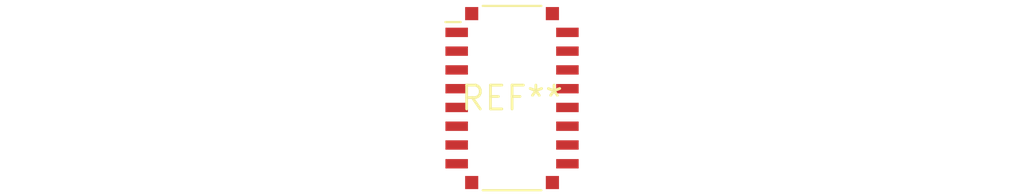
<source format=kicad_pcb>
(kicad_pcb (version 20240108) (generator pcbnew)
  (layers (0 "F.Cu" signal) (31 "B.Cu" signal) (34 "B.Paste" user) (35 "F.Paste" user) (36 "B.SilkS" user "B.Silkscreen") (37 "F.SilkS" user "F.Silkscreen") (38 "B.Mask" user) (39 "F.Mask" user) (44 "Edge.Cuts" user))
  (net 0 "")
  (footprint "SW_DIP_SPSTx08_Slide_Copal_CVS-08xB_W5.9mm_P1mm" (layer "F.Cu") (at 0 0)
    (property "Reference" "REF**")
    (property "Value" "SW_DIP_SPSTx08_Slide_Copal_CVS-08xB_W5.9mm_P1mm")
    (fp_line (start -3.55 -4.05) (end -2.739 -4.05) (layer "F.SilkS") (stroke (width 0.12)))
    (fp_line (start -1.56 -4.91) (end 1.561 -4.91) (layer "F.SilkS") (stroke (width 0.12)))
    (fp_line (start -1.56 4.91) (end 1.561 4.91) (layer "F.SilkS") (stroke (width 0.12)))
    (pad "1" smd rect (at -2.95 -3.5) (size 1.2 0.5) (layers "F.Cu" "F.Paste" "F.Mask"))
    (pad "2" smd rect (at -2.95 -2.5) (size 1.2 0.5) (layers "F.Cu" "F.Paste" "F.Mask"))
    (pad "3" smd rect (at -2.95 -1.5) (size 1.2 0.5) (layers "F.Cu" "F.Paste" "F.Mask"))
    (pad "4" smd rect (at -2.95 -0.5) (size 1.2 0.5) (layers "F.Cu" "F.Paste" "F.Mask"))
    (pad "5" smd rect (at -2.95 0.5) (size 1.2 0.5) (layers "F.Cu" "F.Paste" "F.Mask"))
    (pad "6" smd rect (at -2.95 1.5) (size 1.2 0.5) (layers "F.Cu" "F.Paste" "F.Mask"))
    (pad "7" smd rect (at -2.95 2.5) (size 1.2 0.5) (layers "F.Cu" "F.Paste" "F.Mask"))
    (pad "8" smd rect (at -2.95 3.5) (size 1.2 0.5) (layers "F.Cu" "F.Paste" "F.Mask"))
    (pad "9" smd rect (at 2.95 3.5) (size 1.2 0.5) (layers "F.Cu" "F.Paste" "F.Mask"))
    (pad "10" smd rect (at 2.95 2.5) (size 1.2 0.5) (layers "F.Cu" "F.Paste" "F.Mask"))
    (pad "11" smd rect (at 2.95 1.5) (size 1.2 0.5) (layers "F.Cu" "F.Paste" "F.Mask"))
    (pad "12" smd rect (at 2.95 0.5) (size 1.2 0.5) (layers "F.Cu" "F.Paste" "F.Mask"))
    (pad "13" smd rect (at 2.95 -0.5) (size 1.2 0.5) (layers "F.Cu" "F.Paste" "F.Mask"))
    (pad "14" smd rect (at 2.95 -1.5) (size 1.2 0.5) (layers "F.Cu" "F.Paste" "F.Mask"))
    (pad "15" smd rect (at 2.95 -2.5) (size 1.2 0.5) (layers "F.Cu" "F.Paste" "F.Mask"))
    (pad "16" smd rect (at 2.95 -3.5) (size 1.2 0.5) (layers "F.Cu" "F.Paste" "F.Mask"))
    (pad "17" smd rect (at -2.15 -4.5) (size 0.7 0.7) (layers "F.Cu" "F.Paste" "F.Mask"))
    (pad "17" smd rect (at -2.15 4.5) (size 0.7 0.7) (layers "F.Cu" "F.Paste" "F.Mask"))
    (pad "17" smd rect (at 2.15 -4.5) (size 0.7 0.7) (layers "F.Cu" "F.Paste" "F.Mask"))
    (pad "17" smd rect (at 2.15 4.5) (size 0.7 0.7) (layers "F.Cu" "F.Paste" "F.Mask"))
  )
)
</source>
